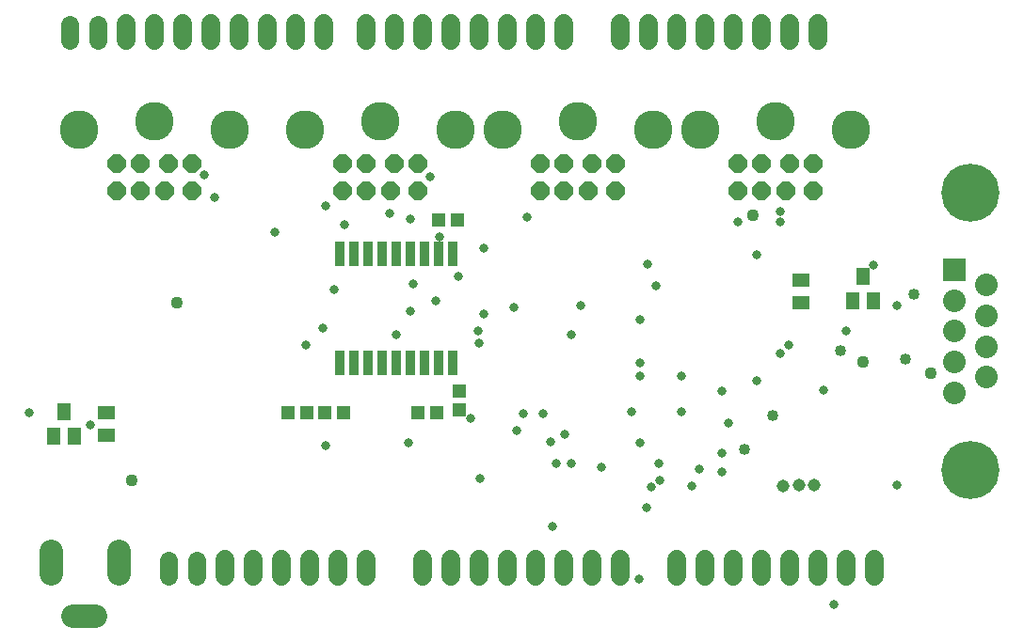
<source format=gbs>
G75*
%MOIN*%
%OFA0B0*%
%FSLAX25Y25*%
%IPPOS*%
%LPD*%
%AMOC8*
5,1,8,0,0,1.08239X$1,22.5*
%
%ADD10C,0.08474*%
%ADD11C,0.06506*%
%ADD12C,0.06200*%
%ADD13C,0.04500*%
%ADD14R,0.08000X0.08000*%
%ADD15C,0.08000*%
%ADD16C,0.20600*%
%ADD17R,0.04931X0.04537*%
%ADD18R,0.04537X0.04931*%
%ADD19R,0.03200X0.08600*%
%ADD20R,0.06112X0.04931*%
%ADD21R,0.04537X0.06112*%
%ADD22OC8,0.06506*%
%ADD23C,0.13694*%
%ADD24C,0.03300*%
%ADD25C,0.04362*%
%ADD26C,0.04000*%
D10*
X0082784Y0032713D02*
X0082784Y0040587D01*
X0106800Y0040587D02*
X0106800Y0032713D01*
X0098532Y0017752D02*
X0090658Y0017752D01*
D11*
X0144595Y0031697D02*
X0144595Y0037603D01*
X0154595Y0037603D02*
X0154595Y0031697D01*
X0164595Y0031697D02*
X0164595Y0037603D01*
X0174595Y0037603D02*
X0174595Y0031697D01*
X0184595Y0031697D02*
X0184595Y0037603D01*
X0194595Y0037603D02*
X0194595Y0031697D01*
X0214595Y0031697D02*
X0214595Y0037603D01*
X0224595Y0037603D02*
X0224595Y0031697D01*
X0234595Y0031697D02*
X0234595Y0037603D01*
X0244595Y0037603D02*
X0244595Y0031697D01*
X0254595Y0031697D02*
X0254595Y0037603D01*
X0264595Y0037603D02*
X0264595Y0031697D01*
X0274595Y0031697D02*
X0274595Y0037603D01*
X0284595Y0037603D02*
X0284595Y0031697D01*
X0304595Y0031697D02*
X0304595Y0037603D01*
X0314595Y0037603D02*
X0314595Y0031697D01*
X0324595Y0031697D02*
X0324595Y0037603D01*
X0334595Y0037603D02*
X0334595Y0031697D01*
X0344595Y0031697D02*
X0344595Y0037603D01*
X0354595Y0037603D02*
X0354595Y0031697D01*
X0364595Y0031697D02*
X0364595Y0037603D01*
X0374595Y0037603D02*
X0374595Y0031697D01*
X0354595Y0221697D02*
X0354595Y0227603D01*
X0344595Y0227603D02*
X0344595Y0221697D01*
X0334595Y0221697D02*
X0334595Y0227603D01*
X0324595Y0227603D02*
X0324595Y0221697D01*
X0314595Y0221697D02*
X0314595Y0227603D01*
X0304595Y0227603D02*
X0304595Y0221697D01*
X0294595Y0221697D02*
X0294595Y0227603D01*
X0284595Y0227603D02*
X0284595Y0221697D01*
X0264595Y0221697D02*
X0264595Y0227603D01*
X0254595Y0227603D02*
X0254595Y0221697D01*
X0244595Y0221697D02*
X0244595Y0227603D01*
X0234595Y0227603D02*
X0234595Y0221697D01*
X0224595Y0221697D02*
X0224595Y0227603D01*
X0214595Y0227603D02*
X0214595Y0221697D01*
X0204595Y0221697D02*
X0204595Y0227603D01*
X0194595Y0227603D02*
X0194595Y0221697D01*
X0179595Y0221697D02*
X0179595Y0227603D01*
X0169595Y0227603D02*
X0169595Y0221697D01*
X0159595Y0221697D02*
X0159595Y0227603D01*
X0149595Y0227603D02*
X0149595Y0221697D01*
X0139595Y0221697D02*
X0139595Y0227603D01*
X0129595Y0227603D02*
X0129595Y0221697D01*
X0119595Y0221697D02*
X0119595Y0227603D01*
X0109595Y0227603D02*
X0109595Y0221697D01*
X0109595Y0227603D01*
D12*
X0099595Y0227450D02*
X0099595Y0221850D01*
X0089595Y0221850D02*
X0089595Y0227450D01*
X0124595Y0037450D02*
X0124595Y0031850D01*
X0134595Y0031850D02*
X0134595Y0037450D01*
D13*
X0342095Y0063850D03*
X0347795Y0063950D03*
X0353395Y0063950D03*
D14*
X0403005Y0140461D03*
D15*
X0414186Y0134989D03*
X0403005Y0129556D03*
X0414186Y0124083D03*
X0403005Y0118650D03*
X0414186Y0113217D03*
X0403005Y0107744D03*
X0414186Y0102311D03*
X0403005Y0096839D03*
D16*
X0408595Y0069437D03*
X0408595Y0167863D03*
D17*
X0226942Y0158150D03*
X0220249Y0158150D03*
X0219442Y0089650D03*
X0212749Y0089650D03*
X0186442Y0089650D03*
X0179749Y0089650D03*
X0173442Y0089650D03*
X0166749Y0089650D03*
D18*
X0227595Y0090804D03*
X0227595Y0097496D03*
D19*
X0225095Y0107350D03*
X0220095Y0107350D03*
X0215095Y0107350D03*
X0210095Y0107350D03*
X0205095Y0107350D03*
X0200095Y0107350D03*
X0195095Y0107350D03*
X0190095Y0107350D03*
X0185095Y0107350D03*
X0185095Y0145950D03*
X0190095Y0145950D03*
X0195095Y0145950D03*
X0200095Y0145950D03*
X0205095Y0145950D03*
X0210095Y0145950D03*
X0215095Y0145950D03*
X0220095Y0145950D03*
X0225095Y0145950D03*
D20*
X0348595Y0136587D03*
X0348595Y0128713D03*
X0102595Y0089587D03*
X0102595Y0081713D03*
D21*
X0091335Y0081319D03*
X0083855Y0081319D03*
X0087595Y0089981D03*
X0366855Y0129319D03*
X0374335Y0129319D03*
X0370595Y0137981D03*
D22*
X0352981Y0168343D03*
X0343138Y0168343D03*
X0334477Y0168343D03*
X0326209Y0168343D03*
X0326209Y0178185D03*
X0334477Y0178185D03*
X0344713Y0178185D03*
X0352981Y0178185D03*
X0282981Y0178185D03*
X0274713Y0178185D03*
X0264477Y0178185D03*
X0256209Y0178185D03*
X0256209Y0168343D03*
X0264477Y0168343D03*
X0273138Y0168343D03*
X0282981Y0168343D03*
X0212981Y0168343D03*
X0203138Y0168343D03*
X0194477Y0168343D03*
X0186209Y0168343D03*
X0186209Y0178185D03*
X0194477Y0178185D03*
X0204713Y0178185D03*
X0212981Y0178185D03*
X0132981Y0178185D03*
X0124713Y0178185D03*
X0114477Y0178185D03*
X0106209Y0178185D03*
X0106209Y0168343D03*
X0114477Y0168343D03*
X0123138Y0168343D03*
X0132981Y0168343D03*
D23*
X0146170Y0189996D03*
X0119595Y0193146D03*
X0093020Y0189996D03*
X0173020Y0189996D03*
X0199595Y0193146D03*
X0226170Y0189996D03*
X0243020Y0189996D03*
X0269595Y0193146D03*
X0296170Y0189996D03*
X0313020Y0189996D03*
X0339595Y0193146D03*
X0366170Y0189996D03*
D24*
X0341195Y0161050D03*
X0341195Y0157550D03*
X0326145Y0157550D03*
X0332795Y0145650D03*
X0297095Y0134800D03*
X0294295Y0142500D03*
X0270495Y0127800D03*
X0267345Y0117300D03*
X0247045Y0127100D03*
X0236195Y0124650D03*
X0234095Y0118700D03*
X0234445Y0114500D03*
X0219395Y0129550D03*
X0210295Y0125700D03*
X0205395Y0117300D03*
X0183345Y0133400D03*
X0179145Y0119750D03*
X0173195Y0113800D03*
X0211345Y0135500D03*
X0227095Y0137950D03*
X0236195Y0148100D03*
X0251595Y0158950D03*
X0220445Y0151950D03*
X0210295Y0158250D03*
X0202945Y0160350D03*
X0186845Y0156500D03*
X0180195Y0163150D03*
X0162345Y0153700D03*
X0140995Y0165950D03*
X0137145Y0174000D03*
X0217295Y0173300D03*
X0291495Y0122900D03*
X0291495Y0107500D03*
X0291495Y0102600D03*
X0306195Y0102600D03*
X0320545Y0097350D03*
X0332795Y0101200D03*
X0341195Y0110650D03*
X0344345Y0113800D03*
X0364595Y0118650D03*
X0382595Y0127650D03*
X0374095Y0142150D03*
X0356595Y0097900D03*
X0322995Y0086150D03*
X0320545Y0075300D03*
X0320545Y0068650D03*
X0312495Y0069700D03*
X0310045Y0063750D03*
X0298495Y0065850D03*
X0295695Y0063400D03*
X0293945Y0056050D03*
X0277845Y0070400D03*
X0267345Y0071800D03*
X0261745Y0071800D03*
X0259995Y0079500D03*
X0264895Y0081950D03*
X0257195Y0089300D03*
X0250195Y0089300D03*
X0247745Y0083350D03*
X0231645Y0087900D03*
X0209595Y0079150D03*
X0234795Y0066550D03*
X0260695Y0049400D03*
X0291145Y0030850D03*
X0298145Y0071800D03*
X0291495Y0079150D03*
X0288695Y0090000D03*
X0306195Y0090000D03*
X0382595Y0064150D03*
X0360095Y0021650D03*
X0180195Y0078100D03*
X0096895Y0085450D03*
X0075195Y0089650D03*
D25*
X0111595Y0065650D03*
X0127595Y0128650D03*
X0331595Y0159650D03*
X0370595Y0107650D03*
X0394595Y0103650D03*
D26*
X0385595Y0108650D03*
X0362595Y0111650D03*
X0388595Y0131650D03*
X0338595Y0088650D03*
X0328595Y0076650D03*
M02*

</source>
